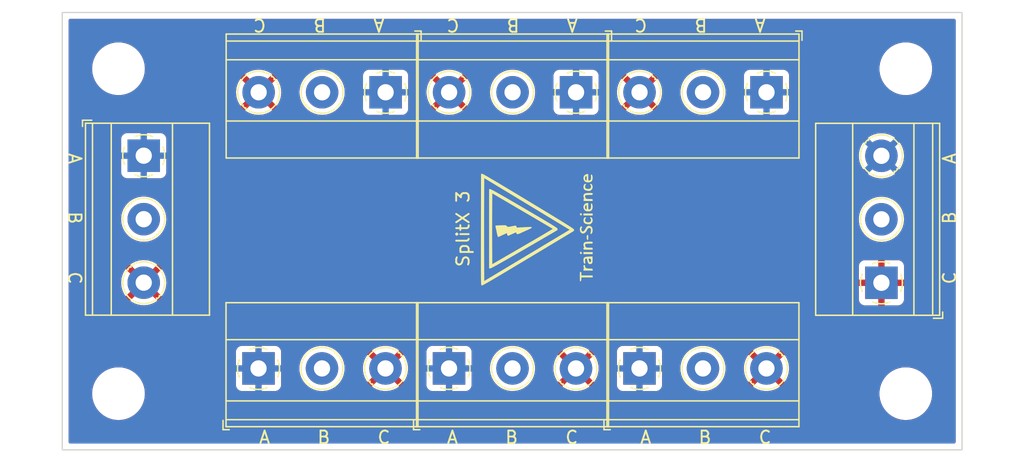
<source format=kicad_pcb>
(kicad_pcb (version 20211014) (generator pcbnew)
  (layers (0 "F.Cu" signal) (1 "In1.Cu" signal) (2 "In2.Cu" signal) (31 "B.Cu" signal) (34 "B.Paste" user) (35 "F.Paste" user) (36 "B.SilkS" user "B.Silkscreen") (37 "F.SilkS" user "F.Silkscreen") (38 "B.Mask" user) (39 "F.Mask" user) (44 "Edge.Cuts" user))
  (net 0 "")
  (net 1 "C")
  (net 2 "B")
  (net 3 "A")
  (footprint "TerminalBlock_Phoenix:TerminalBlock_Phoenix_MKDS-1,5-3-5.08_1x03_P5.08mm_Horizontal" (layer "F.Cu") (at 115.519 92.959 -90)
    (fp_text reference "J5" hide)
    (fp_text value "Screw_Terminal_01x03")
    (fp_line (start 3.853 1.023) (end 3.806 1.069) (layer "F.SilkS") (width 0.12))
    (fp_line (start 8.933 1.023) (end 8.886 1.069) (layer "F.SilkS") (width 0.12))
    (fp_line (start 6.355 -1.069) (end 6.308 -1.023) (layer "F.SilkS") (width 0.12))
    (fp_line (start -2.84 4.16) (end -2.84 4.9) (layer "F.SilkS") (width 0.12))
    (fp_line (start -2.84 4.9) (end -2.34 4.9) (layer "F.SilkS") (width 0.12))
    (fp_line (start -2.6 2.6) (end 12.76 2.6) (layer "F.SilkS") (width 0.12))
    (fp_line (start 12.76 -5.261) (end 12.76 4.66) (layer "F.SilkS") (width 0.12))
    (fp_line (start 11.435 -1.069) (end 11.388 -1.023) (layer "F.SilkS") (width 0.12))
    (fp_line (start -2.6 -5.261) (end -2.6 4.66) (layer "F.SilkS") (width 0.12))
    (fp_line (start -2.6 4.1) (end 12.76 4.1) (layer "F.SilkS") (width 0.12))
    (fp_line (start 11.23 -1.275) (end 11.195 -1.239) (layer "F.SilkS") (width 0.12))
    (fp_line (start -2.6 -5.261) (end 12.76 -5.261) (layer "F.SilkS") (width 0.12))
    (fp_line (start -2.6 4.66) (end 12.76 4.66) (layer "F.SilkS") (width 0.12))
    (fp_line (start 4.046 1.239) (end 4.011 1.274) (layer "F.SilkS") (width 0.12))
    (fp_line (start 9.126 1.239) (end 9.091 1.274) (layer "F.SilkS") (width 0.12))
    (fp_line (start -2.6 -2.301) (end 12.76 -2.301) (layer "F.SilkS") (width 0.12))
    (fp_line (start 6.15 -1.275) (end 6.115 -1.239) (layer "F.SilkS") (width 0.12))
    (fp_arc (start -1.535427 0.683042) (mid -1.680501 -0.000524) (end -1.535 -0.684) (layer "F.SilkS") (width 0.12))
    (fp_arc (start 1.535427 -0.683042) (mid 1.680501 0.000524) (end 1.535 0.684) (layer "F.SilkS") (width 0.12))
    (fp_arc (start 0.028805 1.680253) (mid -0.335551 1.646659) (end -0.684 1.535) (layer "F.SilkS") (width 0.12))
    (fp_arc (start -0.683042 -1.535427) (mid 0.000524 -1.680501) (end 0.684 -1.535) (layer "F.SilkS") (width 0.12))
    (fp_arc (start 0.683318 1.534756) (mid 0.349292 1.643288) (end 0 1.68) (layer "F.SilkS") (width 0.12))
    (fp_circle (center 5.08 0) (end 6.76 0) (layer "F.SilkS") (width 0.12) (fill none))
    (fp_circle (center 10.16 0) (end 11.84 0) (layer "F.SilkS") (width 0.12) (fill none))
    (pad "1" thru_hole rect (at 0 0 270) (size 2.6 2.6) (drill 1.3) (layers *.Cu *.Mask) (net 1 "C"))
    (pad "2" thru_hole circle (at 5.08 0 270) (size 2.6 2.6) (drill 1.3) (layers *.Cu *.Mask) (net 2 "B"))
    (pad "3" thru_hole circle (at 10.16 0 270) (size 2.6 2.6) (drill 1.3) (layers *.Cu *.Mask) (net 3 "A"))
  )
  (footprint "MountingHole:MountingHole_3.2mm_M3" (layer "F.Cu") (at 113.5 86)
    (fp_text reference "REF**" hide)
    (fp_text value "MountingHole_3.2mm_M3")
    (pad "" np_thru_hole circle (at 0 0) (size 3.2 3.2) (drill 3.2) (layers *.Cu *.Mask))
  )
  (footprint "TerminalBlock_Phoenix:TerminalBlock_Phoenix_MKDS-1,5-3-5.08_1x03_P5.08mm_Horizontal" (layer "F.Cu") (at 165.354 87.884 180)
    (fp_text reference "J6" hide)
    (fp_text value "Screw_Terminal_01x03")
    (fp_line (start 11.435 -1.069) (end 11.388 -1.023) (layer "F.SilkS") (width 0.12))
    (fp_line (start -2.6 4.66) (end 12.76 4.66) (layer "F.SilkS") (width 0.12))
    (fp_line (start 4.046 1.239) (end 4.011 1.274) (layer "F.SilkS") (width 0.12))
    (fp_line (start 6.15 -1.275) (end 6.115 -1.239) (layer "F.SilkS") (width 0.12))
    (fp_line (start 12.76 -5.261) (end 12.76 4.66) (layer "F.SilkS") (width 0.12))
    (fp_line (start -2.6 4.1) (end 12.76 4.1) (layer "F.SilkS") (width 0.12))
    (fp_line (start 6.355 -1.069) (end 6.308 -1.023) (layer "F.SilkS") (width 0.12))
    (fp_line (start -2.84 4.16) (end -2.84 4.9) (layer "F.SilkS") (width 0.12))
    (fp_line (start -2.84 4.9) (end -2.34 4.9) (layer "F.SilkS") (width 0.12))
    (fp_line (start 8.933 1.023) (end 8.886 1.069) (layer "F.SilkS") (width 0.12))
    (fp_line (start -2.6 -2.301) (end 12.76 -2.301) (layer "F.SilkS") (width 0.12))
    (fp_line (start -2.6 2.6) (end 12.76 2.6) (layer "F.SilkS") (width 0.12))
    (fp_line (start 3.853 1.023) (end 3.806 1.069) (layer "F.SilkS") (width 0.12))
    (fp_line (start -2.6 -5.261) (end 12.76 -5.261) (layer "F.SilkS") (width 0.12))
    (fp_line (start 11.23 -1.275) (end 11.195 -1.239) (layer "F.SilkS") (width 0.12))
    (fp_line (start 9.126 1.239) (end 9.091 1.274) (layer "F.SilkS") (width 0.12))
    (fp_line (start -2.6 -5.261) (end -2.6 4.66) (layer "F.SilkS") (width 0.12))
    (fp_arc (start -0.683042 -1.535427) (mid 0.000524 -1.680501) (end 0.684 -1.535) (layer "F.SilkS") (width 0.12))
    (fp_arc (start -1.535427 0.683042) (mid -1.680501 -0.000524) (end -1.535 -0.684) (layer "F.SilkS") (width 0.12))
    (fp_arc (start 0.683318 1.534756) (mid 0.349292 1.643288) (end 0 1.68) (layer "F.SilkS") (width 0.12))
    (fp_arc (start 1.535427 -0.683042) (mid 1.680501 0.000524) (end 1.535 0.684) (layer "F.SilkS") (width 0.12))
    (fp_arc (start 0.028805 1.680253) (mid -0.335551 1.646659) (end -0.684 1.535) (layer "F.SilkS") (width 0.12))
    (fp_circle (center 5.08 0) (end 6.76 0) (layer "F.SilkS") (width 0.12) (fill none))
    (fp_circle (center 10.16 0) (end 11.84 0) (layer "F.SilkS") (width 0.12) (fill none))
    (pad "1" thru_hole rect (at 0 0 180) (size 2.6 2.6) (drill 1.3) (layers *.Cu *.Mask) (net 1 "C"))
    (pad "2" thru_hole circle (at 5.08 0 180) (size 2.6 2.6) (drill 1.3) (layers *.Cu *.Mask) (net 2 "B"))
    (pad "3" thru_hole circle (at 10.16 0 180) (size 2.6 2.6) (drill 1.3) (layers *.Cu *.Mask) (net 3 "A"))
  )
  (footprint "TerminalBlock_Phoenix:TerminalBlock_Phoenix_MKDS-1,5-3-5.08_1x03_P5.08mm_Horizontal" (layer "F.Cu") (at 139.949 109.982)
    (fp_text reference "J4" hide)
    (fp_text value "Screw_Terminal_01x03")
    (fp_line (start 11.435 -1.069) (end 11.388 -1.023) (layer "F.SilkS") (width 0.12))
    (fp_line (start 8.933 1.023) (end 8.886 1.069) (layer "F.SilkS") (width 0.12))
    (fp_line (start -2.6 -5.261) (end 12.76 -5.261) (layer "F.SilkS") (width 0.12))
    (fp_line (start 4.046 1.239) (end 4.011 1.274) (layer "F.SilkS") (width 0.12))
    (fp_line (start 11.23 -1.275) (end 11.195 -1.239) (layer "F.SilkS") (width 0.12))
    (fp_line (start 9.126 1.239) (end 9.091 1.274) (layer "F.SilkS") (width 0.12))
    (fp_line (start -2.84 4.9) (end -2.34 4.9) (layer "F.SilkS") (width 0.12))
    (fp_line (start 12.76 -5.261) (end 12.76 4.66) (layer "F.SilkS") (width 0.12))
    (fp_line (start -2.6 2.6) (end 12.76 2.6) (layer "F.SilkS") (width 0.12))
    (fp_line (start -2.84 4.16) (end -2.84 4.9) (layer "F.SilkS") (width 0.12))
    (fp_line (start 3.853 1.023) (end 3.806 1.069) (layer "F.SilkS") (width 0.12))
    (fp_line (start 6.355 -1.069) (end 6.308 -1.023) (layer "F.SilkS") (width 0.12))
    (fp_line (start -2.6 4.1) (end 12.76 4.1) (layer "F.SilkS") (width 0.12))
    (fp_line (start -2.6 -2.301) (end 12.76 -2.301) (layer "F.SilkS") (width 0.12))
    (fp_line (start -2.6 -5.261) (end -2.6 4.66) (layer "F.SilkS") (width 0.12))
    (fp_line (start -2.6 4.66) (end 12.76 4.66) (layer "F.SilkS") (width 0.12))
    (fp_line (start 6.15 -1.275) (end 6.115 -1.239) (layer "F.SilkS") (width 0.12))
    (fp_arc (start 0.028805 1.680253) (mid -0.335551 1.646659) (end -0.684 1.535) (layer "F.SilkS") (width 0.12))
    (fp_arc (start 1.535427 -0.683042) (mid 1.680501 0.000524) (end 1.535 0.684) (layer "F.SilkS") (width 0.12))
    (fp_arc (start -1.535427 0.683042) (mid -1.680501 -0.000524) (end -1.535 -0.684) (layer "F.SilkS") (width 0.12))
    (fp_arc (start 0.683318 1.534756) (mid 0.349292 1.643288) (end 0 1.68) (layer "F.SilkS") (width 0.12))
    (fp_arc (start -0.683042 -1.535427) (mid 0.000524 -1.680501) (end 0.684 -1.535) (layer "F.SilkS") (width 0.12))
    (fp_circle (center 5.08 0) (end 6.76 0) (layer "F.SilkS") (width 0.12) (fill none))
    (fp_circle (center 10.16 0) (end 11.84 0) (layer "F.SilkS") (width 0.12) (fill none))
    (pad "1" thru_hole rect (at 0 0) (size 2.6 2.6) (drill 1.3) (layers *.Cu *.Mask) (net 1 "C"))
    (pad "2" thru_hole circle (at 5.08 0) (size 2.6 2.6) (drill 1.3) (layers *.Cu *.Mask) (net 2 "B"))
    (pad "3" thru_hole circle (at 10.16 0) (size 2.6 2.6) (drill 1.3) (layers *.Cu *.Mask) (net 3 "A"))
  )
  (footprint "TerminalBlock_Phoenix:TerminalBlock_Phoenix_MKDS-1,5-3-5.08_1x03_P5.08mm_Horizontal" (layer "F.Cu") (at 124.704 109.982)
    (fp_text reference "J1" hide)
    (fp_text value "Screw_Terminal_01x03")
    (fp_line (start 9.126 1.239) (end 9.091 1.274) (layer "F.SilkS") (width 0.12))
    (fp_line (start -2.6 4.1) (end 12.76 4.1) (layer "F.SilkS") (width 0.12))
    (fp_line (start -2.84 4.16) (end -2.84 4.9) (layer "F.SilkS") (width 0.12))
    (fp_line (start 6.355 -1.069) (end 6.308 -1.023) (layer "F.SilkS") (width 0.12))
    (fp_line (start -2.6 -2.301) (end 12.76 -2.301) (layer "F.SilkS") (width 0.12))
    (fp_line (start -2.6 -5.261) (end 12.76 -5.261) (layer "F.SilkS") (width 0.12))
    (fp_line (start 11.23 -1.275) (end 11.195 -1.239) (layer "F.SilkS") (width 0.12))
    (fp_line (start 3.853 1.023) (end 3.806 1.069) (layer "F.SilkS") (width 0.12))
    (fp_line (start -2.6 -5.261) (end -2.6 4.66) (layer "F.SilkS") (width 0.12))
    (fp_line (start -2.6 4.66) (end 12.76 4.66) (layer "F.SilkS") (width 0.12))
    (fp_line (start 8.933 1.023) (end 8.886 1.069) (layer "F.SilkS") (width 0.12))
    (fp_line (start -2.6 2.6) (end 12.76 2.6) (layer "F.SilkS") (width 0.12))
    (fp_line (start 12.76 -5.261) (end 12.76 4.66) (layer "F.SilkS") (width 0.12))
    (fp_line (start -2.84 4.9) (end -2.34 4.9) (layer "F.SilkS") (width 0.12))
    (fp_line (start 4.046 1.239) (end 4.011 1.274) (layer "F.SilkS") (width 0.12))
    (fp_line (start 6.15 -1.275) (end 6.115 -1.239) (layer "F.SilkS") (width 0.12))
    (fp_line (start 11.435 -1.069) (end 11.388 -1.023) (layer "F.SilkS") (width 0.12))
    (fp_arc (start 0.683318 1.534756) (mid 0.349292 1.643288) (end 0 1.68) (layer "F.SilkS") (width 0.12))
    (fp_arc (start 0.028805 1.680253) (mid -0.335551 1.646659) (end -0.684 1.535) (layer "F.SilkS") (width 0.12))
    (fp_arc (start 1.535427 -0.683042) (mid 1.680501 0.000524) (end 1.535 0.684) (layer "F.SilkS") (width 0.12))
    (fp_arc (start -1.535427 0.683042) (mid -1.680501 -0.000524) (end -1.535 -0.684) (layer "F.SilkS") (width 0.12))
    (fp_arc (start -0.683042 -1.535427) (mid 0.000524 -1.680501) (end 0.684 -1.535) (layer "F.SilkS") (width 0.12))
    (fp_circle (center 10.16 0) (end 11.84 0) (layer "F.SilkS") (width 0.12) (fill none))
    (fp_circle (center 5.08 0) (end 6.76 0) (layer "F.SilkS") (width 0.12) (fill none))
    (pad "1" thru_hole rect (at 0 0) (size 2.6 2.6) (drill 1.3) (layers *.Cu *.Mask) (net 1 "C"))
    (pad "2" thru_hole circle (at 5.08 0) (size 2.6 2.6) (drill 1.3) (layers *.Cu *.Mask) (net 2 "B"))
    (pad "3" thru_hole circle (at 10.16 0) (size 2.6 2.6) (drill 1.3) (layers *.Cu *.Mask) (net 3 "A"))
  )
  (footprint "TerminalBlock_Phoenix:TerminalBlock_Phoenix_MKDS-1,5-3-5.08_1x03_P5.08mm_Horizontal" (layer "F.Cu") (at 174.549 103.129 90)
    (fp_text reference "J2" hide)
    (fp_text value "Screw_Terminal_01x03")
    (fp_line (start -2.84 4.16) (end -2.84 4.9) (layer "F.SilkS") (width 0.12))
    (fp_line (start -2.6 2.6) (end 12.76 2.6) (layer "F.SilkS") (width 0.12))
    (fp_line (start 11.435 -1.069) (end 11.388 -1.023) (layer "F.SilkS") (width 0.12))
    (fp_line (start 9.126 1.239) (end 9.091 1.274) (layer "F.SilkS") (width 0.12))
    (fp_line (start -2.84 4.9) (end -2.34 4.9) (layer "F.SilkS") (width 0.12))
    (fp_line (start -2.6 4.66) (end 12.76 4.66) (layer "F.SilkS") (width 0.12))
    (fp_line (start 6.15 -1.275) (end 6.115 -1.239) (layer "F.SilkS") (width 0.12))
    (fp_line (start 11.23 -1.275) (end 11.195 -1.239) (layer "F.SilkS") (width 0.12))
    (fp_line (start 3.853 1.023) (end 3.806 1.069) (layer "F.SilkS") (width 0.12))
    (fp_line (start -2.6 -2.301) (end 12.76 -2.301) (layer "F.SilkS") (width 0.12))
    (fp_line (start 6.355 -1.069) (end 6.308 -1.023) (layer "F.SilkS") (width 0.12))
    (fp_line (start -2.6 -5.261) (end 12.76 -5.261) (layer "F.SilkS") (width 0.12))
    (fp_line (start -2.6 -5.261) (end -2.6 4.66) (layer "F.SilkS") (width 0.12))
    (fp_line (start 12.76 -5.261) (end 12.76 4.66) (layer "F.SilkS") (width 0.12))
    (fp_line (start -2.6 4.1) (end 12.76 4.1) (layer "F.SilkS") (width 0.12))
    (fp_line (start 8.933 1.023) (end 8.886 1.069) (layer "F.SilkS") (width 0.12))
    (fp_line (start 4.046 1.239) (end 4.011 1.274) (layer "F.SilkS") (width 0.12))
    (fp_arc (start 0.028805 1.680253) (mid -0.335551 1.646659) (end -0.684 1.535) (layer "F.SilkS") (width 0.12))
    (fp_arc (start -0.683042 -1.535427) (mid 0.000524 -1.680501) (end 0.684 -1.535) (layer "F.SilkS") (width 0.12))
    (fp_arc (start 1.535427 -0.683042) (mid 1.680501 0.000524) (end 1.535 0.684) (layer "F.SilkS") (width 0.12))
    (fp_arc (start -1.535427 0.683042) (mid -1.680501 -0.000524) (end -1.535 -0.684) (layer "F.SilkS") (width 0.12))
    (fp_arc (start 0.683318 1.534756) (mid 0.349292 1.643288) (end 0 1.68) (layer "F.SilkS") (width 0.12))
    (fp_circle (center 5.08 0) (end 6.76 0) (layer "F.SilkS") (width 0.12) (fill none))
    (fp_circle (center 10.16 0) (end 11.84 0) (layer "F.SilkS") (width 0.12) (fill none))
    (pad "1" thru_hole rect (at 0 0 90) (size 2.6 2.6) (drill 1.3) (layers *.Cu *.Mask) (net 3 "A"))
    (pad "2" thru_hole circle (at 5.08 0 90) (size 2.6 2.6) (drill 1.3) (layers *.Cu *.Mask) (net 2 "B"))
    (pad "3" thru_hole circle (at 10.16 0 90) (size 2.6 2.6) (drill 1.3) (layers *.Cu *.Mask) (net 1 "C"))
  )
  (footprint "MountingHole:MountingHole_3.2mm_M3" (layer "F.Cu") (at 176.5 112)
    (fp_text reference "REF**" hide)
    (fp_text value "MountingHole_3.2mm_M3")
    (pad "" np_thru_hole circle (at 0 0) (size 3.2 3.2) (drill 3.2) (layers *.Cu *.Mask))
  )
  (footprint "TerminalBlock_Phoenix:TerminalBlock_Phoenix_MKDS-1,5-3-5.08_1x03_P5.08mm_Horizontal" (layer "F.Cu") (at 134.874 87.884 180)
    (fp_text reference "J8" hide)
    (fp_text value "Screw_Terminal_01x03")
    (fp_line (start 12.76 -5.261) (end 12.76 4.66) (layer "F.SilkS") (width 0.12))
    (fp_line (start 11.23 -1.275) (end 11.195 -1.239) (layer "F.SilkS") (width 0.12))
    (fp_line (start -2.6 -5.261) (end 12.76 -5.261) (layer "F.SilkS") (width 0.12))
    (fp_line (start -2.6 4.1) (end 12.76 4.1) (layer "F.SilkS") (width 0.12))
    (fp_line (start 4.046 1.239) (end 4.011 1.274) (layer "F.SilkS") (width 0.12))
    (fp_line (start -2.84 4.16) (end -2.84 4.9) (layer "F.SilkS") (width 0.12))
    (fp_line (start -2.6 4.66) (end 12.76 4.66) (layer "F.SilkS") (width 0.12))
    (fp_line (start 9.126 1.239) (end 9.091 1.274) (layer "F.SilkS") (width 0.12))
    (fp_line (start 3.853 1.023) (end 3.806 1.069) (layer "F.SilkS") (width 0.12))
    (fp_line (start 6.355 -1.069) (end 6.308 -1.023) (layer "F.SilkS") (width 0.12))
    (fp_line (start 6.15 -1.275) (end 6.115 -1.239) (layer "F.SilkS") (width 0.12))
    (fp_line (start 11.435 -1.069) (end 11.388 -1.023) (layer "F.SilkS") (width 0.12))
    (fp_line (start -2.6 -2.301) (end 12.76 -2.301) (layer "F.SilkS") (width 0.12))
    (fp_line (start -2.84 4.9) (end -2.34 4.9) (layer "F.SilkS") (width 0.12))
    (fp_line (start -2.6 -5.261) (end -2.6 4.66) (layer "F.SilkS") (width 0.12))
    (fp_line (start -2.6 2.6) (end 12.76 2.6) (layer "F.SilkS") (width 0.12))
    (fp_line (start 8.933 1.023) (end 8.886 1.069) (layer "F.SilkS") (width 0.12))
    (fp_arc (start 1.535427 -0.683042) (mid 1.680501 0.000524) (end 1.535 0.684) (layer "F.SilkS") (width 0.12))
    (fp_arc (start 0.683318 1.534756) (mid 0.349292 1.643288) (end 0 1.68) (layer "F.SilkS") (width 0.12))
    (fp_arc (start -0.683042 -1.535427) (mid 0.000524 -1.680501) (end 0.684 -1.535) (layer "F.SilkS") (width 0.12))
    (fp_arc (start -1.535427 0.683042) (mid -1.680501 -0.000524) (end -1.535 -0.684) (layer "F.SilkS") (width 0.12))
    (fp_arc (start 0.028805 1.680253) (mid -0.335551 1.646659) (end -0.684 1.535) (layer "F.SilkS") (width 0.12))
    (fp_circle (center 5.08 0) (end 6.76 0) (layer "F.SilkS") (width 0.12) (fill none))
    (fp_circle (center 10.16 0) (end 11.84 0) (layer "F.SilkS") (width 0.12) (fill none))
    (pad "1" thru_hole rect (at 0 0 180) (size 2.6 2.6) (drill 1.3) (layers *.Cu *.Mask) (net 1 "C"))
    (pad "2" thru_hole circle (at 5.08 0 180) (size 2.6 2.6) (drill 1.3) (layers *.Cu *.Mask) (net 2 "B"))
    (pad "3" thru_hole circle (at 10.16 0 180) (size 2.6 2.6) (drill 1.3) (layers *.Cu *.Mask) (net 3 "A"))
  )
  (footprint "TerminalBlock_Phoenix:TerminalBlock_Phoenix_MKDS-1,5-3-5.08_1x03_P5.08mm_Horizontal" (layer "F.Cu") (at 155.189 109.982)
    (fp_text reference "J3" hide)
    (fp_text value "Screw_Terminal_01x03")
    (fp_line (start -2.6 2.6) (end 12.76 2.6) (layer "F.SilkS") (width 0.12))
    (fp_line (start -2.6 -2.301) (end 12.76 -2.301) (layer "F.SilkS") (width 0.12))
    (fp_line (start 11.435 -1.069) (end 11.388 -1.023) (layer "F.SilkS") (width 0.12))
    (fp_line (start 8.933 1.023) (end 8.886 1.069) (layer "F.SilkS") (width 0.12))
    (fp_line (start 3.853 1.023) (end 3.806 1.069) (layer "F.SilkS") (width 0.12))
    (fp_line (start 11.23 -1.275) (end 11.195 -1.239) (layer "F.SilkS") (width 0.12))
    (fp_line (start 9.126 1.239) (end 9.091 1.274) (layer "F.SilkS") (width 0.12))
    (fp_line (start -2.6 4.66) (end 12.76 4.66) (layer "F.SilkS") (width 0.12))
    (fp_line (start -2.6 -5.261) (end 12.76 -5.261) (layer "F.SilkS") (width 0.12))
    (fp_line (start -2.84 4.16) (end -2.84 4.9) (layer "F.SilkS") (width 0.12))
    (fp_line (start -2.6 -5.261) (end -2.6 4.66) (layer "F.SilkS") (width 0.12))
    (fp_line (start 4.046 1.239) (end 4.011 1.274) (layer "F.SilkS") (width 0.12))
    (fp_line (start 6.355 -1.069) (end 6.308 -1.023) (layer "F.SilkS") (width 0.12))
    (fp_line (start 6.15 -1.275) (end 6.115 -1.239) (layer "F.SilkS") (width 0.12))
    (fp_line (start -2.6 4.1) (end 12.76 4.1) (layer "F.SilkS") (width 0.12))
    (fp_line (start -2.84 4.9) (end -2.34 4.9) (layer "F.SilkS") (width 0.12))
    (fp_line (start 12.76 -5.261) (end 12.76 4.66) (layer "F.SilkS") (width 0.12))
    (fp_arc (start -1.535427 0.683042) (mid -1.680501 -0.000524) (end -1.535 -0.684) (layer "F.SilkS") (width 0.12))
    (fp_arc (start -0.683042 -1.535427) (mid 0.000524 -1.680501) (end 0.684 -1.535) (layer "F.SilkS") (width 0.12))
    (fp_arc (start 0.028805 1.680253) (mid -0.335551 1.646659) (end -0.684 1.535) (layer "F.SilkS") (width 0.12))
    (fp_arc (start 1.535427 -0.683042) (mid 1.680501 0.000524) (end 1.535 0.684) (layer "F.SilkS") (width 0.12))
    (fp_arc (start 0.683318 1.534756) (mid 0.349292 1.643288) (end 0 1.68) (layer "F.SilkS") (width 0.12))
    (fp_circle (center 10.16 0) (end 11.84 0) (layer "F.SilkS") (width 0.12) (fill none))
    (fp_circle (center 5.08 0) (end 6.76 0) (layer "F.SilkS") (width 0.12) (fill none))
    (pad "1" thru_hole rect (at 0 0) (size 2.6 2.6) (drill 1.3) (layers *.Cu *.Mask) (net 1 "C"))
    (pad "2" thru_hole circle (at 5.08 0) (size 2.6 2.6) (drill 1.3) (layers *.Cu *.Mask) (net 2 "B"))
    (pad "3" thru_hole circle (at 10.16 0) (size 2.6 2.6) (drill 1.3) (layers *.Cu *.Mask) (net 3 "A"))
  )
  (footprint "MountingHole:MountingHole_3.2mm_M3" (layer "F.Cu") (at 113.5 112)
    (fp_text reference "REF**" hide)
    (fp_text value "MountingHole_3.2mm_M3")
    (pad "" np_thru_hole circle (at 0 0) (size 3.2 3.2) (drill 3.2) (layers *.Cu *.Mask))
  )
  (footprint "MountingHole:MountingHole_3.2mm_M3" (layer "F.Cu") (at 176.5 86)
    (fp_text reference "REF**" hide)
    (fp_text value "MountingHole_3.2mm_M3")
    (pad "" np_thru_hole circle (at 0 0) (size 3.2 3.2) (drill 3.2) (layers *.Cu *.Mask))
  )
  (footprint "TerminalBlock_Phoenix:TerminalBlock_Phoenix_MKDS-1,5-3-5.08_1x03_P5.08mm_Horizontal" (layer "F.Cu") (at 150.114 87.884 180)
    (fp_text reference "J7" hide)
    (fp_text value "Screw_Terminal_01x03")
    (fp_line (start 6.355 -1.069) (end 6.308 -1.023) (layer "F.SilkS") (width 0.12))
    (fp_line (start 11.23 -1.275) (end 11.195 -1.239) (layer "F.SilkS") (width 0.12))
    (fp_line (start -2.6 2.6) (end 12.76 2.6) (layer "F.SilkS") (width 0.12))
    (fp_line (start -2.6 4.66) (end 12.76 4.66) (layer "F.SilkS") (width 0.12))
    (fp_line (start -2.6 4.1) (end 12.76 4.1) (layer "F.SilkS") (width 0.12))
    (fp_line (start -2.84 4.16) (end -2.84 4.9) (layer "F.SilkS") (width 0.12))
    (fp_line (start -2.84 4.9) (end -2.34 4.9) (layer "F.SilkS") (width 0.12))
    (fp_line (start 12.76 -5.261) (end 12.76 4.66) (layer "F.SilkS") (width 0.12))
    (fp_line (start -2.6 -5.261) (end 12.76 -5.261) (layer "F.SilkS") (width 0.12))
    (fp_line (start -2.6 -5.261) (end -2.6 4.66) (layer "F.SilkS") (width 0.12))
    (fp_line (start 11.435 -1.069) (end 11.388 -1.023) (layer "F.SilkS") (width 0.12))
    (fp_line (start 8.933 1.023) (end 8.886 1.069) (layer "F.SilkS") (width 0.12))
    (fp_line (start 4.046 1.239) (end 4.011 1.274) (layer "F.SilkS") (width 0.12))
    (fp_line (start 3.853 1.023) (end 3.806 1.069) (layer "F.SilkS") (width 0.12))
    (fp_line (start -2.6 -2.301) (end 12.76 -2.301) (layer "F.SilkS") (width 0.12))
    (fp_line (start 9.126 1.239) (end 9.091 1.274) (layer "F.SilkS") (width 0.12))
    (fp_line (start 6.15 -1.275) (end 6.115 -1.239) (layer "F.SilkS") (width 0.12))
    (fp_arc (start -0.683042 -1.535427) (mid 0.000524 -1.680501) (end 0.684 -1.535) (layer "F.SilkS") (width 0.12))
    (fp_arc (start 0.028805 1.680253) (mid -0.335551 1.646659) (end -0.684 1.535) (layer "F.SilkS") (width 0.12))
    (fp_arc (start -1.535427 0.683042) (mid -1.680501 -0.000524) (end -1.535 -0.684) (layer "F.SilkS") (width 0.12))
    (fp_arc (start 1.535427 -0.683042) (mid 1.680501 0.000524) (end 1.535 0.684) (layer "F.SilkS") (width 0.12))
    (fp_arc (start 0.683318 1.534756) (mid 0.349292 1.643288) (end 0 1.68) (layer "F.SilkS") (width 0.12))
    (fp_circle (center 5.08 0) (end 6.76 0) (layer "F.SilkS") (width 0.12) (fill none))
    (fp_circle (center 10.16 0) (end 11.84 0) (layer "F.SilkS") (width 0.12) (fill none))
    (pad "1" thru_hole rect (at 0 0 180) (size 2.6 2.6) (drill 1.3) (layers *.Cu *.Mask) (net 1 "C"))
    (pad "2" thru_hole circle (at 5.08 0 180) (size 2.6 2.6) (drill 1.3) (layers *.Cu *.Mask) (net 2 "B"))
    (pad "3" thru_hole circle (at 10.16 0 180) (size 2.6 2.6) (drill 1.3) (layers *.Cu *.Mask) (net 3 "A"))
  )
  (footprint "custom_kicad_lib_sk:Train-Science logo small" (layer "F.Cu") (at 147.066 98.806 90)
    (fp_text reference "G***" hide)
    (fp_text value "LOGO" hide)
    (fp_poly (pts (xy 2.715567 3.652213) (xy 2.788671 3.700519) (xy 2.835175 3.79015) (xy 2.859236 3.928568) (xy 2.865146 4.092808) (xy 2.86448 4.228722) (xy 2.860137 4.312734) (xy 2.848595 4.357328) (xy 2.826334 4.374987) (xy 2.789834 4.378194) (xy 2.784664 4.3782) (xy 2.744587 4.375415) (xy 2.72067 4.358257) (xy 2.708742 4.313522) (xy 2.704637 4.228007) (xy 2.704183 4.123292) (xy 2.70181 3.995739) (xy 2.69553 3.889366) (xy 2.686599 3.82384) (xy 2.684642 3.817462) (xy 2.638586 3.775444) (xy 2.56069 3.771399) (xy 2.471162 3.805399) (xy 2.453804 3.816654) (xy 2.417528 3.84892) (xy 2.396019 3.893461) (xy 2.385541 3.966262) (xy 2.382352 4.083304) (xy 2.382256 4.122485) (xy 2.381383 4.249664) (xy 2.375999 4.325642) (xy 2.361955 4.363601) (xy 2.335101 4.376724) (xy 2.301774 4.3782) (xy 2.221293 4.3782) (xy 2.221293 4.007985) (xy 2.22168 3.849262) (xy 2.224378 3.743962) (xy 2.231689 3.681124) (xy 2.245918 3.649787) (xy 2.269368 3.638988) (xy 2.299092 3.637769) (xy 2.364561 3.652507) (xy 2.391646 3.67801) (xy 2.413142 3.702107) (xy 2.449056 3.67801) (xy 2.508105 3.651219) (xy 2.597263 3.63805) (xy 2.611707 3.637769)) (layer "F.SilkS") (width 0) (fill solid))
    (fp_poly (pts (xy -2.40532 3.645768) (xy -2.326525 3.67613) (xy -2.275297 3.738404) (xy -2.245189 3.842138) (xy -2.22975 3.996881) (xy -2.226439 4.069661) (xy -2.215488 4.366149) (xy -2.45432 4.371021) (xy -2.611055 4.367821) (xy -2.715337 4.349617) (xy -2.763052 4.326932) (xy -2.817997 4.253657) (xy -2.8318 4.157537) (xy -2.826579 4.141434) (xy -2.663371 4.141434) (xy -2.661178 4.198977) (xy -2.617211 4.235887) (xy -2.541587 4.248708) (xy -2.462907 4.236034) (xy -2.420887 4.210799) (xy -2.387663 4.147033) (xy -2.382256 4.110009) (xy -2.391113 4.070273) (xy -2.429399 4.05887) (xy -2.5002 4.066989) (xy -2.611613 4.096669) (xy -2.663371 4.141434) (xy -2.826579 4.141434) (xy -2.80241 4.066887) (xy -2.783578 4.04369) (xy -2.714915 4.000608) (xy -2.611053 3.960717) (xy -2.500848 3.933723) (xy -2.438593 3.927683) (xy -2.39073 3.905832) (xy -2.389171 3.848663) (xy -2.411779 3.801951) (xy -2.44845 3.775964) (xy -2.522247 3.768689) (xy -2.620538 3.77548) (xy -2.726931 3.782973) (xy -2.782746 3.776184) (xy -2.800575 3.753278) (xy -2.80076 3.74925) (xy -2.770723 3.693209) (xy -2.685633 3.655257) (xy -2.553023 3.638364) (xy -2.518132 3.637769)) (layer "F.SilkS") (width 0) (fill solid))
    (fp_poly (pts (xy 1.874086 3.665419) (xy 1.97554 3.737669) (xy 2.042702 3.838471) (xy 2.06033 3.925027) (xy 2.06033 4.024081) (xy 1.802788 4.024081) (xy 1.674253 4.025517) (xy 1.597198 4.031892) (xy 1.558746 4.046313) (xy 1.54602 4.071882) (xy 1.545247 4.086167) (xy 1.568914 4.17496) (xy 1.641552 4.227168) (xy 1.76562 4.244072) (xy 1.841189 4.240295) (xy 1.949653 4.233706) (xy 2.007504 4.2403) (xy 2.027535 4.262067) (xy 2.028137 4.269376) (xy 1.999657 4.321331) (xy 1.925454 4.357024) (xy 1.822384 4.375338) (xy 1.707304 4.375154) (xy 1.597069 4.355354) (xy 1.508536 4.31482) (xy 1.495586 4.304705) (xy 1.430456 4.223779) (xy 1.397139 4.110586) (xy 1.393087 4.07989) (xy 1.397067 3.908) (xy 1.412373 3.869557) (xy 1.545247 3.869557) (xy 1.574363 3.883662) (xy 1.649466 3.893017) (xy 1.722307 3.895311) (xy 1.819283 3.891076) (xy 1.883595 3.880152) (xy 1.899366 3.869557) (xy 1.87055 3.814477) (xy 1.797044 3.776712) (xy 1.722307 3.76654) (xy 1.627639 3.783306) (xy 1.562731 3.826073) (xy 1.545247 3.869557) (xy 1.412373 3.869557) (xy 1.449928 3.775233) (xy 1.548716 3.685192) (xy 1.690478 3.641482) (xy 1.755377 3.637769)) (layer "F.SilkS") (width 0) (fill solid))
    (fp_poly (pts (xy 4.191957 3.665419) (xy 4.293411 3.737669) (xy 4.360573 3.838471) (xy 4.3782 3.925027) (xy 4.3782 4.024081) (xy 4.120659 4.024081) (xy 3.992123 4.025517) (xy 3.915069 4.031892) (xy 3.876617 4.046313) (xy 3.86389 4.071882) (xy 3.863118 4.086167) (xy 3.886785 4.17496) (xy 3.959423 4.227168) (xy 4.083491 4.244072) (xy 4.15906 4.240295) (xy 4.267524 4.233706) (xy 4.325375 4.2403) (xy 4.345405 4.262067) (xy 4.346008 4.269376) (xy 4.317527 4.321331) (xy 4.243324 4.357024) (xy 4.140255 4.375338) (xy 4.025174 4.375154) (xy 3.91494 4.355354) (xy 3.826407 4.31482) (xy 3.813457 4.304705) (xy 3.748327 4.223779) (xy 3.71501 4.110586) (xy 3.710957 4.07989) (xy 3.714938 3.908) (xy 3.730244 3.869557) (xy 3.863118 3.869557) (xy 3.892233 3.883662) (xy 3.967337 3.893017) (xy 4.040178 3.895311) (xy 4.137154 3.891076) (xy 4.201466 3.880152) (xy 4.217237 3.869557) (xy 4.188421 3.814477) (xy 4.114915 3.776712) (xy 4.040178 3.76654) (xy 3.945509 3.783306) (xy 3.880602 3.826073) (xy 3.863118 3.869557) (xy 3.730244 3.869557) (xy 3.767799 3.775233) (xy 3.866587 3.685192) (xy 4.008349 3.641482) (xy 4.073248 3.637769)) (layer "F.SilkS") (width 0) (fill solid))
    (fp_poly (pts (xy -3.669632 3.34866) (xy -3.559722 3.351709) (xy -3.492918 3.358945) (xy -3.458582 3.372129) (xy -3.446076 3.393024) (xy -3.444613 3.412421) (xy -3.454092 3.452657) (xy -3.493451 3.471683) (xy -3.579073 3.476782) (xy -3.58948 3.476806) (xy -3.734347 3.476806) (xy -3.734347 4.3782) (xy -3.89531 4.3782) (xy -3.89531 3.480334) (xy -4.047936 3.470522) (xy -4.148526 3.457408) (xy -4.198923 3.431105) (xy -4.21126 3.404373) (xy -4.210399 3.380588) (xy -4.190335 3.364589) (xy -4.140901 3.354863) (xy -4.051928 3.349892) (xy -3.91325 3.348161) (xy -3.833286 3.348036)) (layer "F.SilkS") (width 0) (fill solid))
    (fp_poly (pts (xy 0.08045 3.363771) (xy 0.163476 3.40824) (xy 0.193154 3.477335) (xy 0.193156 3.477939) (xy 0.170182 3.528914) (xy 0.121334 3.539789) (xy 0.080482 3.508999) (xy 0.032611 3.483439) (xy -0.047363 3.477888) (xy -0.130866 3.490818) (xy -0.189325 3.520703) (xy -0.191874 3.52355) (xy -0.21804 3.596183) (xy -0.180966 3.673245) (xy -0.081544 3.753443) (xy -0.004028 3.796699) (xy 0.136108 3.882305) (xy 0.216714 3.971193) (xy 0.24249 4.071135) (xy 0.223825 4.173564) (xy 0.164082 4.275535) (xy 0.095495 4.330471) (xy -0.018443 4.366535) (xy -0.150995 4.376193) (xy -0.274362 4.359597) (xy -0.346956 4.328086) (xy -0.40363 4.272052) (xy -0.419312 4.22251) (xy -0.394108 4.195068) (xy -0.346071 4.199064) (xy -0.197064 4.233359) (xy -0.075009 4.242002) (xy 0.005829 4.224264) (xy 0.015788 4.217493) (xy 0.061853 4.14537) (xy 0.055341 4.062595) (xy 0.002818 3.983964) (xy -0.089151 3.924271) (xy -0.119083 3.913566) (xy -0.188092 3.877866) (xy -0.269912 3.816568) (xy -0.288095 3.800264) (xy -0.365715 3.694707) (xy -0.385703 3.587357) (xy -0.353625 3.488715) (xy -0.27505 3.409279) (xy -0.155545 3.359551) (xy -0.048289 3.348036)) (layer "F.SilkS") (width 0) (fill solid))
    (fp_poly (pts (xy 0.250482 -3.398018) (xy 0.258312 -3.360431) (xy 0.266207 -3.271171) (xy 0.273323 -3.142944) (xy 0.278815 -2.988455) (xy 0.279494 -2.961822) (xy 0.283147 -2.79102) (xy 0.28333 -2.672993) (xy 0.27842 -2.596159) (xy 0.266793 -2.548934) (xy 0.246824 -2.519735) (xy 0.216889 -2.496979) (xy 0.214047 -2.495112) (xy 0.177374 -2.463714) (xy 0.157846 -2.420729) (xy 0.155167 -2.353836) (xy 0.169042 -2.250716) (xy 0.199173 -2.099046) (xy 0.20399 -2.076426) (xy 0.234196 -1.927607) (xy 0.248081 -1.829473) (xy 0.244797 -1.770209) (xy 0.223496 -1.738003) (xy 0.183328 -1.721039) (xy 0.178383 -1.719762) (xy 0.093995 -1.698582) (xy 0.113104 -1.340229) (xy 0.122361 -1.168329) (xy 0.13182 -0.9955) (xy 0.140114 -0.846597) (xy 0.144094 -0.776804) (xy 0.147732 -0.616402) (xy 0.136399 -0.518612) (xy 0.110043 -0.48341) (xy 0.068612 -0.510774) (xy 0.012053 -0.600683) (xy -0.036281 -0.70019) (xy -0.094889 -0.829583) (xy -0.151819 -0.955614) (xy -0.192615 -1.046261) (xy -0.235959 -1.142058) (xy -0.293724 -1.268625) (xy -0.352412 -1.396402) (xy -0.410483 -1.535855) (xy -0.432862 -1.630868) (xy -0.419591 -1.690556) (xy -0.370712 -1.724039) (xy -0.353957 -1.729118) (xy -0.302087 -1.746117) (xy -0.289734 -1.754248) (xy -0.301976 -1.787815) (xy -0.333966 -1.863803) (xy -0.378601 -1.966115) (xy -0.428778 -2.078653) (xy -0.477393 -2.185319) (xy -0.517132 -2.269582) (xy -0.553917 -2.350924) (xy -0.561542 -2.396199) (xy -0.540994 -2.426228) (xy -0.525165 -2.438593) (xy -0.452176 -2.472508) (xy -0.412351 -2.478834) (xy -0.36338 -2.484926) (xy -0.354119 -2.492061) (xy -0.366789 -2.526986) (xy -0.400137 -2.60474) (xy -0.447168 -2.710013) (xy -0.500888 -2.827498) (xy -0.554304 -2.941887) (xy -0.600421 -3.037873) (xy -0.630486 -3.096942) (xy -0.659596 -3.160107) (xy -0.65177 -3.193594) (xy -0.620583 -3.213855) (xy -0.53333 -3.246777) (xy -0.395236 -3.27925) (xy -0.273637 -3.301207) (xy -0.190498 -3.31751) (xy -0.07335 -3.34338) (xy 0.027233 -3.367139) (xy 0.134416 -3.389945) (xy 0.215087 -3.40089)) (layer "F.SilkS") (width 0) (fill solid))
    (fp_poly (pts (xy -2.177236 -4.566716) (xy -1.724771 -4.566214) (xy -1.217326 -4.565463) (xy -0.651718 -4.564501) (xy -0.055144 -4.563421) (xy 4.394297 -4.55526) (xy 4.402412 -4.474778) (xy 4.392766 -4.444092) (xy 4.360546 -4.377472) (xy 4.304831 -4.273357) (xy 4.224701 -4.130187) (xy 4.119236 -3.9464) (xy 3.987517 -3.720436) (xy 3.828623 -3.450735) (xy 3.641634 -3.135735) (xy 3.425631 -2.773875) (xy 3.179692 -2.363596) (xy 2.902899 -1.903335) (xy 2.594331 -1.391532) (xy 2.253068 -0.826627) (xy 2.210681 -0.756527) (xy 1.892208 -0.230049) (xy 1.605234 0.243951) (xy 1.348069 0.66817) (xy 1.119028 1.045302) (xy 0.916421 1.378044) (xy 0.738561 1.669091) (xy 0.583761 1.921141) (xy 0.450332 2.136888) (xy 0.336586 2.319029) (xy 0.240836 2.470259) (xy 0.161394 2.593274) (xy 0.096573 2.690771) (xy 0.044683 2.765444) (xy 0.004038 2.819991) (xy -0.02705 2.857107) (xy -0.05027 2.879488) (xy -0.067308 2.88983) (xy -0.073048 2.891234) (xy -0.156237 2.877194) (xy -0.204854 2.826849) (xy -0.227047 2.790521) (xy -0.280348 2.702298) (xy -0.362758 2.565508) (xy -0.47228 2.383476) (xy -0.606914 2.159531) (xy -0.764662 1.897) (xy -0.943527 1.599208) (xy -1.141509 1.269484) (xy -1.356611 0.911155) (xy -1.586834 0.527547) (xy -1.830181 0.121988) (xy -2.084652 -0.302196) (xy -2.348249 -0.741676) (xy -2.411808 -0.847656) (xy -2.72913 -1.377004) (xy -3.014693 -1.853894) (xy -3.270035 -2.280976) (xy -3.496692 -2.660897) (xy -3.696204 -2.996307) (xy -3.870107 -3.289854) (xy -4.01994 -3.544188) (xy -4.147239 -3.761957) (xy -4.253544 -3.94581) (xy -4.340391 -4.098397) (xy -4.409319 -4.222366) (xy -4.449721 -4.297718) (xy -4.178624 -4.297718) (xy -0.08088 2.532058) (xy 0.192957 2.079549) (xy 0.247331 1.989669) (xy 0.332405 1.84901) (xy 0.445566 1.661887) (xy 0.584205 1.43262) (xy 0.74571 1.165527) (xy 0.92747 0.864926) (xy 1.126875 0.535135) (xy 1.341313 0.180472) (xy 1.568173 -0.194744) (xy 1.804844 -0.586196) (xy 2.048716 -0.989564) (xy 2.257763 -1.33534) (xy 4.048733 -4.297718) (xy 1.992174 -4.306003) (xy 1.548356 -4.307468) (xy 1.05587 -4.308526) (xy 0.530432 -4.309176) (xy -0.012241 -4.309419) (xy -0.556433 -4.309254) (xy -1.086428 -4.308682) (xy -1.58651 -4.307702) (xy -2.040962 -4.306315) (xy -2.121505 -4.306003) (xy -4.178624 -4.297718) (xy -4.449721 -4.297718) (xy -4.461864 -4.320365) (xy -4.499566 -4.395045) (xy -4.523961 -4.449053) (xy -4.536588 -4.485039) (xy -4.538984 -4.505651) (xy -4.537712 -4.509683) (xy -4.531875 -4.518362) (xy -4.522005 -4.526181) (xy -4.504918 -4.533179) (xy -4.47743 -4.539392) (xy -4.436357 -4.54486) (xy -4.378514 -4.549621) (xy -4.300717 -4.553712) (xy -4.199782 -4.557172) (xy -4.072525 -4.560039) (xy -3.915762 -4.562352) (xy -3.726308 -4.564148) (xy -3.50098 -4.565466) (xy -3.236592 -4.566343) (xy -2.929962 -4.566818) (xy -2.577905 -4.56693)) (layer "F.SilkS") (width 0) (fill solid))
    (fp_poly (pts (xy -1.179743 3.652213) (xy -1.106639 3.700519) (xy -1.060135 3.79015) (xy -1.036075 3.928568) (xy -1.030165 4.092808) (xy -1.03083 4.228722) (xy -1.035174 4.312734) (xy -1.046716 4.357328) (xy -1.068976 4.374987) (xy -1.105476 4.378194) (xy -1.110646 4.3782) (xy -1.150723 4.375415) (xy -1.174641 4.358257) (xy -1.186568 4.313522) (xy -1.190674 4.228007) (xy -1.191128 4.123292) (xy -1.193501 3.995739) (xy -1.199781 3.889366) (xy -1.208712 3.82384) (xy -1.210669 3.817462) (xy -1.256725 3.775444) (xy -1.33462 3.771399) (xy -1.424149 3.805399) (xy -1.441506 3.816654) (xy -1.477783 3.84892) (xy -1.499291 3.893461) (xy -1.50977 3.966262) (xy -1.512958 4.083304) (xy -1.513054 4.122485) (xy -1.513927 4.249664) (xy -1.519311 4.325642) (xy -1.533355 4.363601) (xy -1.560209 4.376724) (xy -1.593536 4.3782) (xy -1.674018 4.3782) (xy -1.674018 4.007985) (xy -1.67363 3.849262) (xy -1.670933 3.743962) (xy -1.663621 3.681124) (xy -1.649392 3.649787) (xy -1.625943 3.638988) (xy -1.596219 3.637769) (xy -1.53075 3.652507) (xy -1.503665 3.67801) (xy -1.482168 3.702107) (xy -1.446255 3.67801) (xy -1.387205 3.651219) (xy -1.298048 3.63805) (xy -1.283604 3.637769)) (layer "F.SilkS") (width 0) (fill solid))
    (fp_poly (pts (xy 3.179239 -3.830925) (xy 3.169077 -3.796052) (xy 3.134748 -3.721875) (xy 3.075339 -3.60678) (xy 2.989941 -3.449155) (xy 2.877641 -3.24739) (xy 2.737526 -2.999872) (xy 2.568687 -2.704989) (xy 2.370211 -2.361128) (xy 2.141187 -1.966679) (xy 1.880703 -1.52003) (xy 1.631778 -1.09455) (xy 1.368647 -0.645596) (xy 1.135907 -0.249143) (xy 0.93161 0.097982) (xy 0.753807 0.398953) (xy 0.60055 0.656942) (xy 0.469891 0.875124) (xy 0.359881 1.05667) (xy 0.268572 1.204755) (xy 0.194014 1.322552) (xy 0.134261 1.413233) (xy 0.087362 1.479973) (xy 0.051371 1.525943) (xy 0.024337 1.554318) (xy 0.004314 1.568271) (xy -0.004969 1.571019) (xy -0.078828 1.563333) (xy -0.118283 1.538827) (xy -0.138767 1.505458) (xy -0.189191 1.420294) (xy -0.267262 1.287274) (xy -0.370688 1.110339) (xy -0.497173 0.893428) (xy -0.644426 0.640482) (xy -0.810153 0.355441) (xy -0.99206 0.042244) (xy -1.187855 -0.295169) (xy -1.395243 -0.652857) (xy -1.611932 -1.02688) (xy -1.660439 -1.110646) (xy -1.943382 -1.600038) (xy -2.194371 -2.035755) (xy -2.414343 -2.419476) (xy -2.604234 -2.752877) (xy -2.764981 -3.037634) (xy -2.89752 -3.275425) (xy -3.002787 -3.467927) (xy -3.081719 -3.616816) (xy -3.100264 -3.653866) (xy -2.831057 -3.653866) (xy -1.427803 -1.229825) (xy -1.217976 -0.867944) (xy -1.017222 -0.522838) (xy -0.827885 -0.198474) (xy -0.652308 0.101185) (xy -0.492836 0.372174) (xy -0.351814 0.61053) (xy -0.231586 0.812287) (xy -0.134496 0.973481) (xy -0.062889 1.090149) (xy -0.019109 1.158326) (xy -0.005551 1.175218) (xy 0.013203 1.145197) (xy 0.062076 1.063637) (xy 0.138687 0.934577) (xy 0.240658 0.762061) (xy 0.365609 0.55013) (xy 0.511161 0.302826) (xy 0.674935 0.02419) (xy 0.854552 -0.281735) (xy 1.047632 -0.610908) (xy 1.251797 -0.959287) (xy 1.421346 -1.248823) (xy 2.829247 -3.653866) (xy 1.414623 -3.662249) (xy 1.04211 -3.663984) (xy 0.624153 -3.665121) (xy 0.179691 -3.665659) (xy -0.272337 -3.665598) (xy -0.712992 -3.664938) (xy -1.123334 -3.663678) (xy -1.415529 -3.662249) (xy -2.831057 -3.653866) (xy -3.100264 -3.653866) (xy -3.135253 -3.723769) (xy -3.164325 -3.790463) (xy -3.17064 -3.814829) (xy -3.170976 -3.911407) (xy 3.170976 -3.911407)) (layer "F.SilkS") (width 0) (fill solid))
    (fp_poly (pts (xy -0.612737 3.9006) (xy -0.533283 3.922266) (xy -0.490713 3.961014) (xy -0.488845 3.967744) (xy -0.490951 3.998166) (xy -0.520453 4.01526) (xy -0.590351 4.022672) (xy -0.689781 4.024081) (xy -0.808268 4.020841) (xy -0.874379 4.009353) (xy -0.899883 3.986965) (xy -0.901394 3.976406) (xy -0.873403 3.933919) (xy -0.802697 3.906845) (xy -0.709175 3.895599)) (layer "F.SilkS") (width 0) (fill solid))
    (fp_poly (pts (xy 3.456146 3.654371) (xy 3.543105 3.697368) (xy 3.592791 3.756548) (xy 3.594178 3.814197) (xy 3.572895 3.852981) (xy 3.542199 3.843557) (xy 3.513841 3.819211) (xy 3.424501 3.7745) (xy 3.322943 3.773442) (xy 3.238538 3.81626) (xy 3.237661 3.817129) (xy 3.201357 3.890078) (xy 3.187495 3.994878) (xy 3.196074 4.103032) (xy 3.227095 4.186043) (xy 3.237661 4.198841) (xy 3.321639 4.242246) (xy 3.423161 4.241772) (xy 3.512857 4.197642) (xy 3.513841 4.196759) (xy 3.559116 4.162129) (xy 3.582547 4.174932) (xy 3.594178 4.201773) (xy 3.589623 4.267108) (xy 3.534669 4.324764) (xy 3.443265 4.364981) (xy 3.341993 4.3782) (xy 3.23693 4.364144) (xy 3.150524 4.312169) (xy 3.116435 4.280323) (xy 3.06227 4.220957) (xy 3.03476 4.166703) (xy 3.027277 4.094215) (xy 3.032787 3.985733) (xy 3.063239 3.823108) (xy 3.128926 3.713042) (xy 3.232557 3.652527) (xy 3.346264 3.637769)) (layer "F.SilkS") (width 0) (fill solid))
    (fp_poly (pts (xy -1.879051 3.365565) (xy -1.85507 3.397528) (xy -1.848957 3.467248) (xy -1.897497 3.5033) (xy -1.951794 3.508999) (xy -2.01104 3.497959) (xy -2.024208 3.453786) (xy -2.022328 3.436565) (xy -1.991057 3.378361) (xy -1.934811 3.352714)) (layer "F.SilkS") (width 0) (fill solid))
    (fp_poly (pts (xy -1.867174 4.3782) (xy -2.028137 4.3782) (xy -2.028137 3.637769) (xy -1.867174 3.637769)) (layer "F.SilkS") (width 0) (fill solid))
    (fp_poly (pts (xy 1.211443 3.365565) (xy 1.235424 3.397528) (xy 1.241537 3.467248) (xy 1.192998 3.5033) (xy 1.1387 3.508999) (xy 1.079454 3.497959) (xy 1.066286 3.453786) (xy 1.068167 3.436565) (xy 1.099438 3.378361) (xy 1.155683 3.352714)) (layer "F.SilkS") (width 0) (fill solid))
    (fp_poly (pts (xy -3.20706 3.649174) (xy -3.187072 3.671095) (xy -3.167366 3.687977) (xy -3.124803 3.671095) (xy -3.032476 3.639196) (xy -2.952967 3.641074) (xy -2.904379 3.674259) (xy -2.897338 3.702155) (xy -2.912873 3.749633) (xy -2.970283 3.766013) (xy -2.992091 3.76654) (xy -3.08017 3.784752) (xy -3.139695 3.843818) (xy -3.1741 3.950385) (xy -3.18682 4.1111) (xy -3.187072 4.143919) (xy -3.188151 4.264488) (xy -3.194538 4.33444) (xy -3.210963 4.367539) (xy -3.242154 4.377549) (xy -3.267554 4.3782) (xy -3.348035 4.3782) (xy -3.348035 3.637769) (xy -3.267554 3.637769)) (layer "F.SilkS") (width 0) (fill solid))
    (fp_poly (pts (xy 0.784156 3.654371) (xy 0.871115 3.697368) (xy 0.920801 3.756548) (xy 0.922188 3.814197) (xy 0.900905 3.852981) (xy 0.870209 3.843557) (xy 0.841851 3.819211) (xy 0.752511 3.7745) (xy 0.650954 3.773442) (xy 0.566548 3.81626) (xy 0.565671 3.817129) (xy 0.529974 3.888454) (xy 0.515171 3.998249) (xy 0.515082 4.007985) (xy 0.527932 4.119813) (xy 0.562192 4.195116) (xy 0.565671 4.198841) (xy 0.649649 4.242246) (xy 0.751171 4.241772) (xy 0.840868 4.197642) (xy 0.841851 4.196759) (xy 0.887126 4.162129) (xy 0.910558 4.174932) (xy 0.922188 4.201773) (xy 0.917633 4.267108) (xy 0.862679 4.324764) (xy 0.771275 4.364981) (xy 0.670003 4.3782) (xy 0.56494 4.364144) (xy 0.478534 4.312169) (xy 0.444446 4.280323) (xy 0.39028 4.220957) (xy 0.36277 4.166703) (xy 0.355287 4.094215) (xy 0.360798 3.985733) (xy 0.391249 3.823108) (xy 0.456936 3.713042) (xy 0.560567 3.652527) (xy 0.674274 3.637769)) (layer "F.SilkS") (width 0) (fill solid))
    (fp_poly (pts (xy 1.223321 4.3782) (xy 1.062357 4.3782) (xy 1.062357 3.637769) (xy 1.223321 3.637769)) (layer "F.SilkS") (width 0) (fill solid))
  )
  (gr_rect (start 181 116.5) (end 109 81.5) (layer "Edge.Cuts") (width 0.1) (fill none))
  (gr_text "A     B     C" (at 110 98 270) (layer "F.SilkS") (effects (font (size 1 1))))
  (gr_text "A     B     C" (at 160.029 82.5 180) (layer "F.SilkS") (effects (font (size 1 1))))
  (gr_text "A     B     C" (at 145 82.5 180) (layer "F.SilkS") (effects (font (size 1 1))))
  (gr_text "C     B     A" (at 180 98 90) (layer "F.SilkS") (effects (font (size 1 1))))
  (gr_text "SplitX 3" (at 141.066 98.806 90) (layer "F.SilkS") (effects (font (size 1 1))))
  (gr_text "A     B     C" (at 130 115.5) (layer "F.SilkS") (effects (font (size 1 1))))
  (gr_text "A     B     C" (at 160.5 115.5) (layer "F.SilkS") (effects (font (size 1 1))))
  (gr_text "A     B     C" (at 129.529 82.5 180) (layer "F.SilkS") (effects (font (size 1 1))))
  (gr_text "A     B     C" (at 145.029 115.5) (layer "F.SilkS") (effects (font (size 1 1))))
  (zone (net 3) (net_name "A") (layer "F.Cu") (connect_pads (clearance 0.508)) (min_thickness 0.254) (fill yes (thermal_gap 0.508) (thermal_bridge_width 0.508))
    (polygon (pts (xy 182 117.5) (xy 107.5 117.5) (xy 107.5 80.5) (xy 182 80.5)))
  )
  (zone (net 1) (net_name "C") (layer "B.Cu") (connect_pads (clearance 0.508)) (min_thickness 0.254) (fill yes (thermal_gap 0.508) (thermal_bridge_width 0.508))
    (polygon (pts (xy 182 117.5) (xy 107.5 117.5) (xy 107.5 80.5) (xy 182 80.5)))
  )
)
</source>
